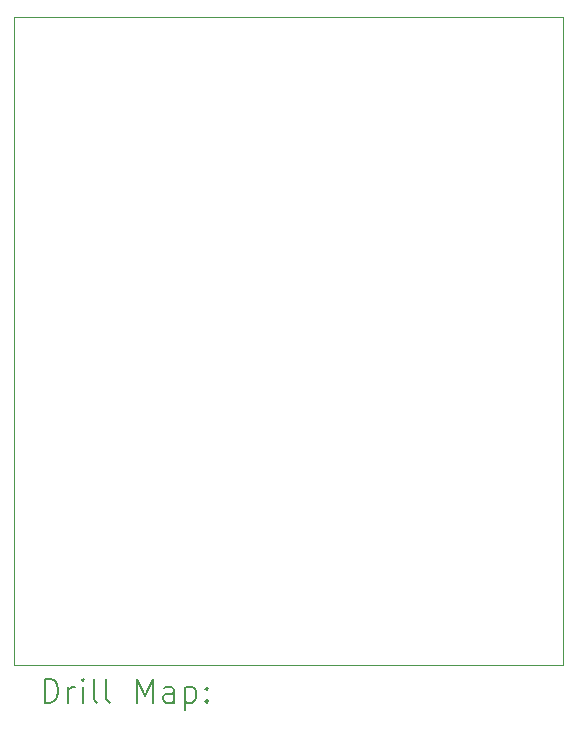
<source format=gbr>
%TF.GenerationSoftware,KiCad,Pcbnew,8.0.2-1*%
%TF.CreationDate,2025-02-24T08:21:49+03:00*%
%TF.ProjectId,PFC_CAN,5046435f-4341-44e2-9e6b-696361645f70,rev?*%
%TF.SameCoordinates,Original*%
%TF.FileFunction,Drillmap*%
%TF.FilePolarity,Positive*%
%FSLAX45Y45*%
G04 Gerber Fmt 4.5, Leading zero omitted, Abs format (unit mm)*
G04 Created by KiCad (PCBNEW 8.0.2-1) date 2025-02-24 08:21:49*
%MOMM*%
%LPD*%
G01*
G04 APERTURE LIST*
%ADD10C,0.050000*%
%ADD11C,0.200000*%
G04 APERTURE END LIST*
D10*
X6731000Y-7442200D02*
X11379200Y-7442200D01*
X11379200Y-12928600D01*
X6731000Y-12928600D01*
X6731000Y-7442200D01*
D11*
X6989277Y-13242584D02*
X6989277Y-13042584D01*
X6989277Y-13042584D02*
X7036896Y-13042584D01*
X7036896Y-13042584D02*
X7065467Y-13052108D01*
X7065467Y-13052108D02*
X7084515Y-13071155D01*
X7084515Y-13071155D02*
X7094039Y-13090203D01*
X7094039Y-13090203D02*
X7103562Y-13128298D01*
X7103562Y-13128298D02*
X7103562Y-13156869D01*
X7103562Y-13156869D02*
X7094039Y-13194965D01*
X7094039Y-13194965D02*
X7084515Y-13214012D01*
X7084515Y-13214012D02*
X7065467Y-13233060D01*
X7065467Y-13233060D02*
X7036896Y-13242584D01*
X7036896Y-13242584D02*
X6989277Y-13242584D01*
X7189277Y-13242584D02*
X7189277Y-13109250D01*
X7189277Y-13147346D02*
X7198801Y-13128298D01*
X7198801Y-13128298D02*
X7208324Y-13118774D01*
X7208324Y-13118774D02*
X7227372Y-13109250D01*
X7227372Y-13109250D02*
X7246420Y-13109250D01*
X7313086Y-13242584D02*
X7313086Y-13109250D01*
X7313086Y-13042584D02*
X7303562Y-13052108D01*
X7303562Y-13052108D02*
X7313086Y-13061631D01*
X7313086Y-13061631D02*
X7322610Y-13052108D01*
X7322610Y-13052108D02*
X7313086Y-13042584D01*
X7313086Y-13042584D02*
X7313086Y-13061631D01*
X7436896Y-13242584D02*
X7417848Y-13233060D01*
X7417848Y-13233060D02*
X7408324Y-13214012D01*
X7408324Y-13214012D02*
X7408324Y-13042584D01*
X7541658Y-13242584D02*
X7522610Y-13233060D01*
X7522610Y-13233060D02*
X7513086Y-13214012D01*
X7513086Y-13214012D02*
X7513086Y-13042584D01*
X7770229Y-13242584D02*
X7770229Y-13042584D01*
X7770229Y-13042584D02*
X7836896Y-13185441D01*
X7836896Y-13185441D02*
X7903562Y-13042584D01*
X7903562Y-13042584D02*
X7903562Y-13242584D01*
X8084515Y-13242584D02*
X8084515Y-13137822D01*
X8084515Y-13137822D02*
X8074991Y-13118774D01*
X8074991Y-13118774D02*
X8055943Y-13109250D01*
X8055943Y-13109250D02*
X8017848Y-13109250D01*
X8017848Y-13109250D02*
X7998801Y-13118774D01*
X8084515Y-13233060D02*
X8065467Y-13242584D01*
X8065467Y-13242584D02*
X8017848Y-13242584D01*
X8017848Y-13242584D02*
X7998801Y-13233060D01*
X7998801Y-13233060D02*
X7989277Y-13214012D01*
X7989277Y-13214012D02*
X7989277Y-13194965D01*
X7989277Y-13194965D02*
X7998801Y-13175917D01*
X7998801Y-13175917D02*
X8017848Y-13166393D01*
X8017848Y-13166393D02*
X8065467Y-13166393D01*
X8065467Y-13166393D02*
X8084515Y-13156869D01*
X8179753Y-13109250D02*
X8179753Y-13309250D01*
X8179753Y-13118774D02*
X8198801Y-13109250D01*
X8198801Y-13109250D02*
X8236896Y-13109250D01*
X8236896Y-13109250D02*
X8255943Y-13118774D01*
X8255943Y-13118774D02*
X8265467Y-13128298D01*
X8265467Y-13128298D02*
X8274991Y-13147346D01*
X8274991Y-13147346D02*
X8274991Y-13204488D01*
X8274991Y-13204488D02*
X8265467Y-13223536D01*
X8265467Y-13223536D02*
X8255943Y-13233060D01*
X8255943Y-13233060D02*
X8236896Y-13242584D01*
X8236896Y-13242584D02*
X8198801Y-13242584D01*
X8198801Y-13242584D02*
X8179753Y-13233060D01*
X8360705Y-13223536D02*
X8370229Y-13233060D01*
X8370229Y-13233060D02*
X8360705Y-13242584D01*
X8360705Y-13242584D02*
X8351182Y-13233060D01*
X8351182Y-13233060D02*
X8360705Y-13223536D01*
X8360705Y-13223536D02*
X8360705Y-13242584D01*
X8360705Y-13118774D02*
X8370229Y-13128298D01*
X8370229Y-13128298D02*
X8360705Y-13137822D01*
X8360705Y-13137822D02*
X8351182Y-13128298D01*
X8351182Y-13128298D02*
X8360705Y-13118774D01*
X8360705Y-13118774D02*
X8360705Y-13137822D01*
M02*

</source>
